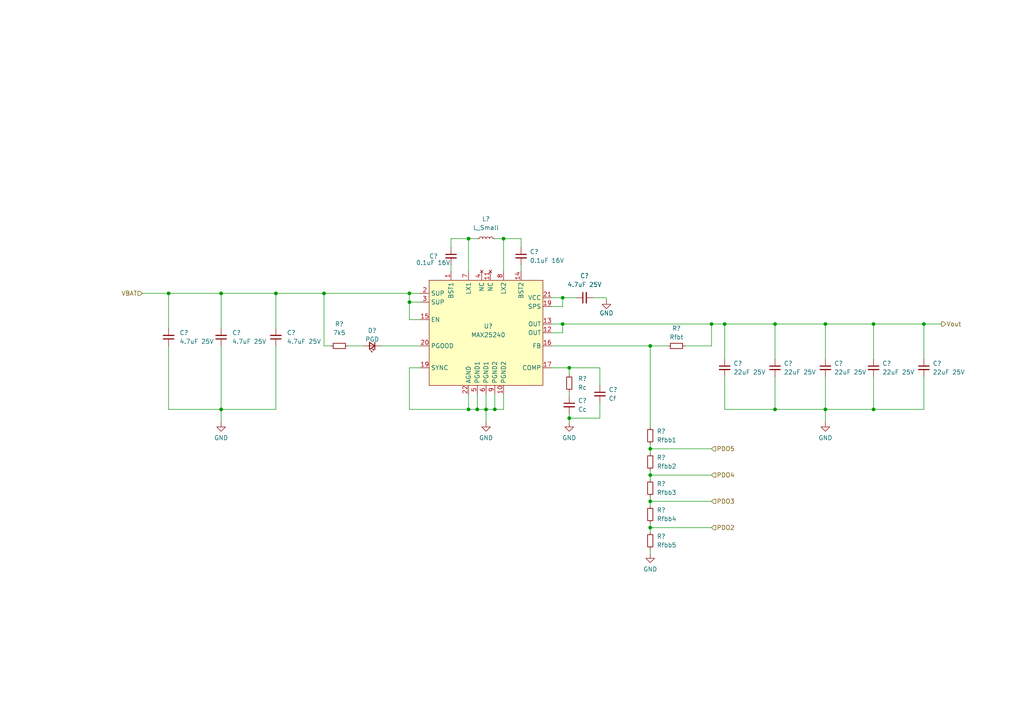
<source format=kicad_sch>
(kicad_sch (version 20211123) (generator eeschema)
  (paper "A4")
  (lib_symbols
    (symbol "Device:C_Small" (pin_numbers hide) (pin_names (offset 0.254) hide)
      (property "Reference" "C" (at 0.254 1.778 0))
      (property "Value" "C_Small" (at 0.254 -2.032 0))
      (symbol "C_Small_0_1"
        (polyline (pts (xy -1.524 -0.508) (xy 1.524 -0.508)) (stroke (width 0.3302)))
        (polyline (pts (xy -1.524 0.508) (xy 1.524 0.508)) (stroke (width 0.3048)))
      )
      (symbol "C_Small_1_1"
        (pin passive line (at 0 2.54 270) (length 2.032) (name "~") (number "1"))
        (pin passive line (at 0 -2.54 90) (length 2.032) (name "~") (number "2"))
      )
    )
    (symbol "Device:LED_Small" (pin_numbers hide) (pin_names (offset 0.254) hide)
      (property "Reference" "D" (at -1.27 3.175 0))
      (property "Value" "LED_Small" (at -4.445 -2.54 0))
      (symbol "LED_Small_0_1"
        (polyline (pts (xy -0.762 -1.016) (xy -0.762 1.016)) (stroke (width 0.254)))
        (polyline (pts (xy 1.016 0) (xy -0.762 0)))
        (polyline (pts (xy 0.762 -1.016) (xy -0.762 0) (xy 0.762 1.016) (xy 0.762 -1.016)) (stroke (width 0.254)))
        (polyline (pts (xy 0 0.762) (xy -0.508 1.27) (xy -0.254 1.27) (xy -0.508 1.27) (xy -0.508 1.016)))
        (polyline (pts (xy 0.508 1.27) (xy 0 1.778) (xy 0.254 1.778) (xy 0 1.778) (xy 0 1.524)))
      )
      (symbol "LED_Small_1_1"
        (pin passive line (at -2.54 0 0) (length 1.778) (name "K") (number "1"))
        (pin passive line (at 2.54 0 180) (length 1.778) (name "A") (number "2"))
      )
    )
    (symbol "Device:L_Small" (pin_numbers hide) (pin_names (offset 0.254) hide)
      (property "Reference" "L" (at 0.762 1.016 0))
      (property "Value" "L_Small" (at 0.762 -1.016 0))
      (symbol "L_Small_0_1"
        (arc (start 0 -2.032) (mid 0.508 -1.524) (end 0 -1.016))
        (arc (start 0 -1.016) (mid 0.508 -0.508) (end 0 0))
        (arc (start 0 0) (mid 0.508 0.508) (end 0 1.016))
        (arc (start 0 1.016) (mid 0.508 1.524) (end 0 2.032))
      )
      (symbol "L_Small_1_1"
        (pin passive line (at 0 2.54 270) (length 0.508) (name "~") (number "1"))
        (pin passive line (at 0 -2.54 90) (length 0.508) (name "~") (number "2"))
      )
    )
    (symbol "Device:R_Small" (pin_numbers hide) (pin_names (offset 0.254) hide)
      (property "Reference" "R" (at 0.762 0.508 0))
      (property "Value" "R_Small" (at 0.762 -1.016 0))
      (symbol "R_Small_0_1"
        (rectangle (start -0.762 1.778) (end 0.762 -1.778) (stroke (width 0.2032)))
      )
      (symbol "R_Small_1_1"
        (pin passive line (at 0 2.54 270) (length 0.762) (name "~") (number "1"))
        (pin passive line (at 0 -2.54 90) (length 0.762) (name "~") (number "2"))
      )
    )
    (symbol "power:GND" (power) (pin_names (offset 0))
      (property "Value" "GND" (at 0 -3.81 0))
      (symbol "GND_0_1"
        (polyline (pts (xy 0 0) (xy 0 -1.27) (xy 1.27 -1.27) (xy 0 -2.54) (xy -1.27 -1.27) (xy 0 -1.27)))
      )
      (symbol "GND_1_1"
        (pin power_in line (at 0 0 270) (length 0) hide (name "GND") (number "1"))
      )
    )
    (symbol "symbols:MAX25240"
      (property "Reference" "U" (at -3.81 -12.7 0))
      (property "Value" "MAX25240" (at 0 -15.24 0))
      (symbol "MAX25240_0_1"
        (rectangle (start -16.51 0) (end 16.51 -30.48) (fill (type background)))
      )
      (symbol "MAX25240_1_1"
        (pin power_out line (at -10.16 2.54 270) (length 2.54) (name "BST1") (number "1"))
        (pin power_in line (at 5.08 -33.02 90) (length 2.54) (name "PGND2") (number "10"))
        (pin no_connect line (at 1.27 2.54 270) (length 2.54) (name "NC") (number "11"))
        (pin power_out line (at 19.05 -15.24 180) (length 2.54) (name "OUT") (number "12"))
        (pin power_out line (at 19.05 -12.7 180) (length 2.54) (name "OUT") (number "13"))
        (pin power_out line (at 10.16 2.54 270) (length 2.54) (name "BST2") (number "14"))
        (pin input line (at -19.05 -11.43 0) (length 2.54) (name "EN") (number "15"))
        (pin input line (at 19.05 -19.05 180) (length 2.54) (name "FB") (number "16"))
        (pin input line (at 19.05 -25.4 180) (length 2.54) (name "COMP") (number "17"))
        (pin input line (at 19.05 -7.62 180) (length 2.54) (name "SPS") (number "19"))
        (pin input line (at -19.05 -25.4 0) (length 2.54) (name "SYNC") (number "19"))
        (pin power_in line (at -19.05 -3.81 0) (length 2.54) (name "SUP") (number "2"))
        (pin open_collector line (at -19.05 -19.05 0) (length 2.54) (name "PGOOD") (number "20"))
        (pin power_out line (at 19.05 -5.08 180) (length 2.54) (name "VCC") (number "21"))
        (pin power_in line (at -5.08 -33.02 90) (length 2.54) (name "AGND") (number "22"))
        (pin power_in line (at -19.05 -6.35 0) (length 2.54) (name "SUP") (number "3"))
        (pin no_connect line (at -1.27 2.54 270) (length 2.54) (name "NC") (number "4"))
        (pin power_in line (at -2.54 -33.02 90) (length 2.54) (name "PGND1") (number "5"))
        (pin power_in line (at 0 -33.02 90) (length 2.54) (name "PGND1") (number "6"))
        (pin power_out line (at -5.08 2.54 270) (length 2.54) (name "LX1") (number "7"))
        (pin power_out line (at 5.08 2.54 270) (length 2.54) (name "LX2") (number "8"))
        (pin power_in line (at 2.54 -33.02 90) (length 2.54) (name "PGND2") (number "9"))
      )
    )
  )
  (junction (at 188.595 137.795))
  (junction (at 118.745 87.63))
  (junction (at 239.395 93.98))
  (junction (at 146.05 69.215))
  (junction (at 210.185 93.98))
  (junction (at 135.89 118.745))
  (junction (at 267.97 93.98))
  (junction (at 93.98 85.09))
  (junction (at 188.595 153.035))
  (junction (at 80.01 85.09))
  (junction (at 165.1 121.285))
  (junction (at 253.365 93.98))
  (junction (at 188.595 100.33))
  (junction (at 188.595 130.175))
  (junction (at 188.595 145.415))
  (junction (at 48.895 85.09))
  (junction (at 143.51 118.745))
  (junction (at 118.745 85.09))
  (junction (at 140.97 118.745))
  (junction (at 138.43 118.745))
  (junction (at 165.1 106.68))
  (junction (at 206.375 93.98))
  (junction (at 64.135 85.09))
  (junction (at 163.195 86.36))
  (junction (at 253.365 118.745))
  (junction (at 224.79 93.98))
  (junction (at 163.195 93.98))
  (junction (at 239.395 118.745))
  (junction (at 135.89 69.215))
  (junction (at 64.135 118.745))
  (junction (at 224.79 118.745))
  (wire (pts (xy 41.275 85.09) (xy 48.895 85.09)))
  (wire (pts (xy 188.595 128.905) (xy 188.595 130.175)))
  (wire (pts (xy 188.595 130.175) (xy 188.595 131.445)))
  (wire (pts (xy 121.92 92.71) (xy 118.745 92.71)))
  (wire (pts (xy 118.745 92.71) (xy 118.745 87.63)))
  (wire (pts (xy 48.895 100.33) (xy 48.895 118.745)))
  (wire (pts (xy 135.89 118.745) (xy 138.43 118.745)))
  (wire (pts (xy 253.365 118.745) (xy 267.97 118.745)))
  (wire (pts (xy 163.195 93.98) (xy 160.02 93.98)))
  (wire (pts (xy 121.92 87.63) (xy 118.745 87.63)))
  (wire (pts (xy 267.97 93.98) (xy 273.05 93.98)))
  (wire (pts (xy 188.595 100.33) (xy 193.675 100.33)))
  (wire (pts (xy 175.895 86.36) (xy 175.895 86.995)))
  (wire (pts (xy 267.97 118.745) (xy 267.97 109.22)))
  (wire (pts (xy 118.745 85.09) (xy 121.92 85.09)))
  (wire (pts (xy 135.89 69.215) (xy 138.43 69.215)))
  (wire (pts (xy 146.05 69.215) (xy 146.05 78.74)))
  (wire (pts (xy 163.195 96.52) (xy 163.195 93.98)))
  (wire (pts (xy 165.1 121.285) (xy 165.1 122.555)))
  (wire (pts (xy 165.1 120.015) (xy 165.1 121.285)))
  (wire (pts (xy 143.51 114.3) (xy 143.51 118.745)))
  (wire (pts (xy 198.755 100.33) (xy 206.375 100.33)))
  (wire (pts (xy 146.05 114.3) (xy 146.05 118.745)))
  (wire (pts (xy 188.595 123.825) (xy 188.595 100.33)))
  (wire (pts (xy 130.81 76.835) (xy 130.81 78.74)))
  (wire (pts (xy 121.92 106.68) (xy 118.745 106.68)))
  (wire (pts (xy 48.895 85.09) (xy 64.135 85.09)))
  (wire (pts (xy 80.01 85.09) (xy 93.98 85.09)))
  (wire (pts (xy 48.895 118.745) (xy 64.135 118.745)))
  (wire (pts (xy 140.97 114.3) (xy 140.97 118.745)))
  (wire (pts (xy 64.135 85.09) (xy 80.01 85.09)))
  (wire (pts (xy 143.51 118.745) (xy 146.05 118.745)))
  (wire (pts (xy 172.085 86.36) (xy 175.895 86.36)))
  (wire (pts (xy 188.595 159.385) (xy 188.595 160.655)))
  (wire (pts (xy 188.595 145.415) (xy 206.375 145.415)))
  (wire (pts (xy 188.595 130.175) (xy 206.375 130.175)))
  (wire (pts (xy 135.89 114.3) (xy 135.89 118.745)))
  (wire (pts (xy 188.595 137.795) (xy 188.595 139.065)))
  (wire (pts (xy 138.43 118.745) (xy 140.97 118.745)))
  (wire (pts (xy 206.375 100.33) (xy 206.375 93.98)))
  (wire (pts (xy 163.195 86.36) (xy 167.005 86.36)))
  (wire (pts (xy 93.98 85.09) (xy 118.745 85.09)))
  (wire (pts (xy 80.01 118.745) (xy 80.01 100.33)))
  (wire (pts (xy 151.13 71.755) (xy 151.13 69.215)))
  (wire (pts (xy 188.595 153.035) (xy 188.595 154.305)))
  (wire (pts (xy 188.595 144.145) (xy 188.595 145.415)))
  (wire (pts (xy 118.745 87.63) (xy 118.745 85.09)))
  (wire (pts (xy 64.135 85.09) (xy 64.135 95.25)))
  (wire (pts (xy 93.98 100.33) (xy 93.98 85.09)))
  (wire (pts (xy 130.81 69.215) (xy 135.89 69.215)))
  (wire (pts (xy 165.1 108.585) (xy 165.1 106.68)))
  (wire (pts (xy 163.195 88.9) (xy 163.195 86.36)))
  (wire (pts (xy 138.43 114.3) (xy 138.43 118.745)))
  (wire (pts (xy 173.99 111.76) (xy 173.99 106.68)))
  (wire (pts (xy 118.745 118.745) (xy 135.89 118.745)))
  (wire (pts (xy 210.185 109.22) (xy 210.185 118.745)))
  (wire (pts (xy 118.745 106.68) (xy 118.745 118.745)))
  (wire (pts (xy 239.395 118.745) (xy 239.395 122.555)))
  (wire (pts (xy 146.05 69.215) (xy 143.51 69.215)))
  (wire (pts (xy 239.395 109.22) (xy 239.395 118.745)))
  (wire (pts (xy 206.375 93.98) (xy 210.185 93.98)))
  (wire (pts (xy 210.185 118.745) (xy 224.79 118.745)))
  (wire (pts (xy 224.79 118.745) (xy 239.395 118.745)))
  (wire (pts (xy 239.395 118.745) (xy 253.365 118.745)))
  (wire (pts (xy 210.185 93.98) (xy 224.79 93.98)))
  (wire (pts (xy 64.135 100.33) (xy 64.135 118.745)))
  (wire (pts (xy 140.97 118.745) (xy 140.97 122.555)))
  (wire (pts (xy 160.02 88.9) (xy 163.195 88.9)))
  (wire (pts (xy 110.49 100.33) (xy 121.92 100.33)))
  (wire (pts (xy 151.13 76.835) (xy 151.13 78.74)))
  (wire (pts (xy 64.135 118.745) (xy 80.01 118.745)))
  (wire (pts (xy 253.365 93.98) (xy 253.365 104.14)))
  (wire (pts (xy 173.99 106.68) (xy 165.1 106.68)))
  (wire (pts (xy 48.895 85.09) (xy 48.895 95.25)))
  (wire (pts (xy 165.1 121.285) (xy 173.99 121.285)))
  (wire (pts (xy 151.13 69.215) (xy 146.05 69.215)))
  (wire (pts (xy 163.195 93.98) (xy 206.375 93.98)))
  (wire (pts (xy 130.81 71.755) (xy 130.81 69.215)))
  (wire (pts (xy 100.965 100.33) (xy 105.41 100.33)))
  (wire (pts (xy 160.02 96.52) (xy 163.195 96.52)))
  (wire (pts (xy 163.195 86.36) (xy 160.02 86.36)))
  (wire (pts (xy 188.595 137.795) (xy 206.375 137.795)))
  (wire (pts (xy 64.135 118.745) (xy 64.135 122.555)))
  (wire (pts (xy 80.01 85.09) (xy 80.01 95.25)))
  (wire (pts (xy 165.1 113.665) (xy 165.1 114.935)))
  (wire (pts (xy 188.595 136.525) (xy 188.595 137.795)))
  (wire (pts (xy 253.365 109.22) (xy 253.365 118.745)))
  (wire (pts (xy 173.99 121.285) (xy 173.99 116.84)))
  (wire (pts (xy 188.595 153.035) (xy 206.375 153.035)))
  (wire (pts (xy 135.89 69.215) (xy 135.89 78.74)))
  (wire (pts (xy 239.395 93.98) (xy 253.365 93.98)))
  (wire (pts (xy 239.395 104.14) (xy 239.395 93.98)))
  (wire (pts (xy 224.79 93.98) (xy 224.79 104.14)))
  (wire (pts (xy 165.1 106.68) (xy 160.02 106.68)))
  (wire (pts (xy 188.595 145.415) (xy 188.595 146.685)))
  (wire (pts (xy 140.97 118.745) (xy 143.51 118.745)))
  (wire (pts (xy 224.79 109.22) (xy 224.79 118.745)))
  (wire (pts (xy 267.97 93.98) (xy 267.97 104.14)))
  (wire (pts (xy 210.185 93.98) (xy 210.185 104.14)))
  (wire (pts (xy 224.79 93.98) (xy 239.395 93.98)))
  (wire (pts (xy 253.365 93.98) (xy 267.97 93.98)))
  (wire (pts (xy 160.02 100.33) (xy 188.595 100.33)))
  (wire (pts (xy 188.595 151.765) (xy 188.595 153.035)))
  (wire (pts (xy 95.885 100.33) (xy 93.98 100.33)))
  (hierarchical_label "VBAT" (shape input) (at 41.275 85.09 180))
  (hierarchical_label "PDO3" (shape input) (at 206.375 145.415 0))
  (hierarchical_label "PDO5" (shape input) (at 206.375 130.175 0))
  (hierarchical_label "Vout" (shape output) (at 273.05 93.98 0))
  (hierarchical_label "PDO2" (shape input) (at 206.375 153.035 0))
  (hierarchical_label "PDO4" (shape input) (at 206.375 137.795 0))
  (symbol (lib_id "Device:C_Small") (at 165.1 117.475 0) (unit 1)
    (property "Reference" "C?" (at 167.64 116.2112 0) (effects (justify left)))
    (property "Value" "Cc" (at 167.64 118.7512 0) (effects (justify left)))
    (property "Footprint" "Capacitor_SMD:C_0603_1608Metric_Pad1.08x0.95mm_HandSolder" (effects hide))
  )
  (symbol (lib_id "Device:C_Small") (at 64.135 97.79 180) (unit 1)
    (property "Reference" "C?" (at 67.31 96.5135 0) (effects (justify right)))
    (property "Value" "4.7uF 25V" (at 67.31 99.0535 0) (effects (justify right)))
    (property "Footprint" "Capacitor_SMD:C_0603_1608Metric_Pad1.08x0.95mm_HandSolder" (effects hide))
  )
  (symbol (lib_id "Device:R_Small") (at 98.425 100.33 90) (unit 1)
    (property "Reference" "R?" (at 98.425 93.98 90))
    (property "Value" "7k5" (at 98.425 96.52 90))
    (property "Footprint" "Resistor_SMD:R_0603_1608Metric_Pad0.98x0.95mm_HandSolder" (effects hide))
  )
  (symbol (lib_id "Device:C_Small") (at 80.01 97.79 180) (unit 1)
    (property "Reference" "C?" (at 83.185 96.5135 0) (effects (justify right)))
    (property "Value" "4.7uF 25V" (at 83.185 99.0535 0) (effects (justify right)))
    (property "Footprint" "Capacitor_SMD:C_0603_1608Metric_Pad1.08x0.95mm_HandSolder" (effects hide))
  )
  (symbol (lib_id "Device:C_Small") (at 151.13 74.295 0) (unit 1)
    (property "Reference" "C?" (at 153.67 73.0312 0) (effects (justify left)))
    (property "Value" "0.1uF 16V" (at 153.67 75.5712 0) (effects (justify left)))
    (property "Footprint" "Capacitor_SMD:C_0603_1608Metric_Pad1.08x0.95mm_HandSolder" (effects hide))
  )
  (symbol (lib_id "Device:C_Small") (at 173.99 114.3 0) (unit 1)
    (property "Reference" "C?" (at 176.53 113.0362 0) (effects (justify left)))
    (property "Value" "Cf" (at 176.53 115.5762 0) (effects (justify left)))
    (property "Footprint" "Capacitor_SMD:C_0603_1608Metric_Pad1.08x0.95mm_HandSolder" (effects hide))
  )
  (symbol (lib_id "Device:R_Small") (at 188.595 141.605 0) (unit 1)
    (property "Reference" "R?" (at 190.5 140.3349 0) (effects (justify left)))
    (property "Value" "Rfbb3" (at 190.5 142.8749 0) (effects (justify left)))
    (property "Footprint" "Resistor_SMD:R_0603_1608Metric_Pad0.98x0.95mm_HandSolder" (effects hide))
  )
  (symbol (lib_id "Device:R_Small") (at 196.215 100.33 270) (unit 1)
    (property "Reference" "R?" (at 196.215 95.25 90))
    (property "Value" "Rfbt" (at 196.215 97.79 90))
    (property "Footprint" "Resistor_SMD:R_0603_1608Metric_Pad0.98x0.95mm_HandSolder" (effects hide))
  )
  (symbol (lib_id "Device:R_Small") (at 188.595 126.365 0) (unit 1)
    (property "Reference" "R?" (at 190.5 125.0949 0) (effects (justify left)))
    (property "Value" "Rfbb1" (at 190.5 127.6349 0) (effects (justify left)))
    (property "Footprint" "Resistor_SMD:R_0603_1608Metric_Pad0.98x0.95mm_HandSolder" (effects hide))
  )
  (symbol (lib_id "Device:C_Small") (at 169.545 86.36 90) (unit 1)
    (property "Reference" "C?" (at 169.5513 80.01 90))
    (property "Value" "4.7uF 25V" (at 169.5513 82.55 90))
    (property "Footprint" "Capacitor_SMD:C_0603_1608Metric_Pad1.08x0.95mm_HandSolder" (effects hide))
  )
  (symbol (lib_id "Device:R_Small") (at 165.1 111.125 0) (unit 1)
    (property "Reference" "R?" (at 167.64 109.8549 0) (effects (justify left)))
    (property "Value" "Rc" (at 167.64 112.3949 0) (effects (justify left)))
    (property "Footprint" "Resistor_SMD:R_0603_1608Metric_Pad0.98x0.95mm_HandSolder" (effects hide))
  )
  (symbol (lib_id "power:GND") (at 64.135 122.555 0) (unit 1)
    (property "Reference" "#PWR?" (effects hide))
    (property "Value" "GND" (at 64.135 127 0))
  )
  (symbol (lib_id "Device:C_Small") (at 210.185 106.68 0) (unit 1)
    (property "Reference" "C?" (at 212.725 105.4162 0) (effects (justify left)))
    (property "Value" "22uF 25V" (at 212.725 107.9562 0) (effects (justify left)))
    (property "Footprint" "Capacitor_SMD:C_0805_2012Metric_Pad1.18x1.45mm_HandSolder" (effects hide))
  )
  (symbol (lib_id "Device:C_Small") (at 130.81 74.295 0) (unit 1)
    (property "Reference" "C?" (at 124.46 74.295 0) (effects (justify left)))
    (property "Value" "0.1uF 16V" (at 120.65 76.2 0) (effects (justify left)))
    (property "Footprint" "Capacitor_SMD:C_0603_1608Metric_Pad1.08x0.95mm_HandSolder" (effects hide))
  )
  (symbol (lib_id "Device:C_Small") (at 253.365 106.68 0) (unit 1)
    (property "Reference" "C?" (at 255.905 105.4162 0) (effects (justify left)))
    (property "Value" "22uF 25V" (at 255.905 107.9562 0) (effects (justify left)))
    (property "Footprint" "Capacitor_SMD:C_0805_2012Metric_Pad1.18x1.45mm_HandSolder" (effects hide))
  )
  (symbol (lib_id "symbols:MAX25240") (at 140.97 81.28 0) (unit 1)
    (property "Reference" "U?" (at 141.605 94.615 0))
    (property "Value" "MAX25240" (at 141.605 97.155 0))
    (property "Footprint" "footprints:MAX25240AFFFVY" (effects hide))
  )
  (symbol (lib_id "power:GND") (at 175.895 86.995 0) (unit 1)
    (property "Reference" "#PWR?" (effects hide))
    (property "Value" "GND" (at 175.895 90.805 0))
  )
  (symbol (lib_id "Device:C_Small") (at 267.97 106.68 0) (unit 1)
    (property "Reference" "C?" (at 270.51 105.4162 0) (effects (justify left)))
    (property "Value" "22uF 25V" (at 270.51 107.9562 0) (effects (justify left)))
    (property "Footprint" "Capacitor_SMD:C_0805_2012Metric_Pad1.18x1.45mm_HandSolder" (effects hide))
  )
  (symbol (lib_id "Device:R_Small") (at 188.595 149.225 0) (unit 1)
    (property "Reference" "R?" (at 190.5 147.9549 0) (effects (justify left)))
    (property "Value" "Rfbb4" (at 190.5 150.4949 0) (effects (justify left)))
    (property "Footprint" "Resistor_SMD:R_0603_1608Metric_Pad0.98x0.95mm_HandSolder" (effects hide))
  )
  (symbol (lib_id "power:GND") (at 188.595 160.655 0) (unit 1)
    (property "Reference" "#PWR?" (effects hide))
    (property "Value" "GND" (at 188.595 165.1 0))
  )
  (symbol (lib_id "power:GND") (at 165.1 122.555 0) (unit 1)
    (property "Reference" "#PWR?" (effects hide))
    (property "Value" "GND" (at 165.1 127 0))
  )
  (symbol (lib_id "Device:L_Small") (at 140.97 69.215 90) (unit 1)
    (property "Reference" "L?" (at 140.97 63.5 90))
    (property "Value" "L_Small" (at 140.97 66.04 90))
    (property "Footprint" "Inductor_SMD:L_2512_6332Metric_Pad1.52x3.35mm_HandSolder" (effects hide))
  )
  (symbol (lib_id "Device:C_Small") (at 224.79 106.68 0) (unit 1)
    (property "Reference" "C?" (at 227.33 105.4162 0) (effects (justify left)))
    (property "Value" "22uF 25V" (at 227.33 107.9562 0) (effects (justify left)))
    (property "Footprint" "Capacitor_SMD:C_0805_2012Metric_Pad1.18x1.45mm_HandSolder" (effects hide))
  )
  (symbol (lib_id "power:GND") (at 239.395 122.555 0) (unit 1)
    (property "Reference" "#PWR?" (effects hide))
    (property "Value" "GND" (at 239.395 127 0))
  )
  (symbol (lib_id "Device:R_Small") (at 188.595 156.845 0) (unit 1)
    (property "Reference" "R?" (at 190.5 155.5749 0) (effects (justify left)))
    (property "Value" "Rfbb5" (at 190.5 158.1149 0) (effects (justify left)))
    (property "Footprint" "Resistor_SMD:R_0603_1608Metric_Pad0.98x0.95mm_HandSolder" (effects hide))
  )
  (symbol (lib_id "Device:R_Small") (at 188.595 133.985 0) (unit 1)
    (property "Reference" "R?" (at 190.5 132.7149 0) (effects (justify left)))
    (property "Value" "Rfbb2" (at 190.5 135.2549 0) (effects (justify left)))
    (property "Footprint" "Resistor_SMD:R_0603_1608Metric_Pad0.98x0.95mm_HandSolder" (effects hide))
  )
  (symbol (lib_id "power:GND") (at 140.97 122.555 0) (unit 1)
    (property "Reference" "#PWR?" (effects hide))
    (property "Value" "GND" (at 140.97 127 0))
  )
  (symbol (lib_id "Device:C_Small") (at 48.895 97.79 180) (unit 1)
    (property "Reference" "C?" (at 52.07 96.5135 0) (effects (justify right)))
    (property "Value" "4.7uF 25V" (at 52.07 99.0535 0) (effects (justify right)))
    (property "Footprint" "Capacitor_SMD:C_0603_1608Metric_Pad1.08x0.95mm_HandSolder" (effects hide))
  )
  (symbol (lib_id "Device:LED_Small") (at 107.95 100.33 180) (unit 1)
    (property "Reference" "D?" (at 107.95 95.885 0))
    (property "Value" "PGD" (at 107.95 98.425 0))
    (property "Footprint" "LED_SMD:LED_0603_1608Metric_Pad1.05x0.95mm_HandSolder" (effects hide))
  )
  (symbol (lib_id "Device:C_Small") (at 239.395 106.68 0) (unit 1)
    (property "Reference" "C?" (at 241.935 105.4162 0) (effects (justify left)))
    (property "Value" "22uF 25V" (at 241.935 107.9562 0) (effects (justify left)))
    (property "Footprint" "Capacitor_SMD:C_0805_2012Metric_Pad1.18x1.45mm_HandSolder" (effects hide))
  )
)
</source>
